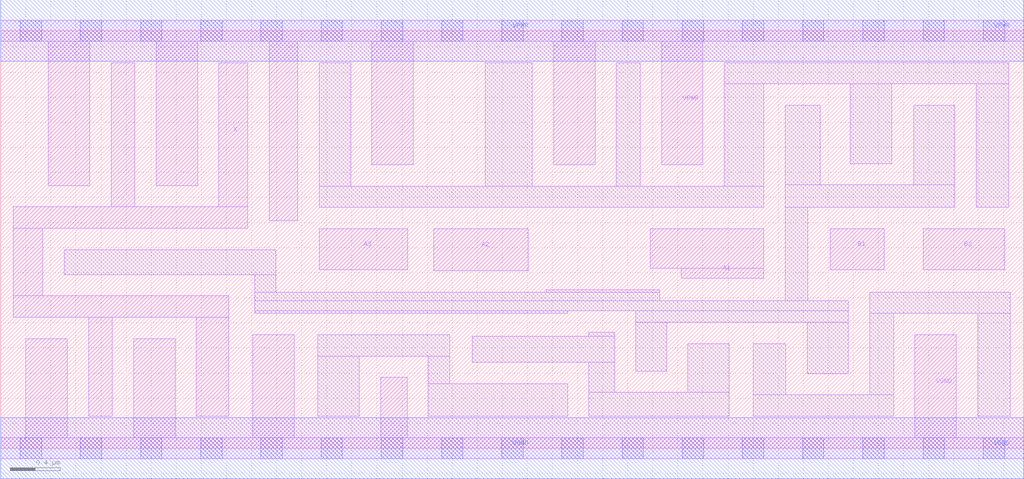
<source format=lef>
# Copyright 2020 The SkyWater PDK Authors
#
# Licensed under the Apache License, Version 2.0 (the "License");
# you may not use this file except in compliance with the License.
# You may obtain a copy of the License at
#
#     https://www.apache.org/licenses/LICENSE-2.0
#
# Unless required by applicable law or agreed to in writing, software
# distributed under the License is distributed on an "AS IS" BASIS,
# WITHOUT WARRANTIES OR CONDITIONS OF ANY KIND, either express or implied.
# See the License for the specific language governing permissions and
# limitations under the License.
#
# SPDX-License-Identifier: Apache-2.0

VERSION 5.7 ;
  NAMESCASESENSITIVE ON ;
  NOWIREEXTENSIONATPIN ON ;
  DIVIDERCHAR "/" ;
  BUSBITCHARS "[]" ;
UNITS
  DATABASE MICRONS 200 ;
END UNITS
MACRO sky130_fd_sc_lp__a32o_4
  CLASS CORE ;
  SOURCE USER ;
  FOREIGN sky130_fd_sc_lp__a32o_4 ;
  ORIGIN  0.000000  0.000000 ;
  SIZE  8.160000 BY  3.330000 ;
  SYMMETRY X Y R90 ;
  SITE unit ;
  PIN A1
    ANTENNAGATEAREA  0.630000 ;
    DIRECTION INPUT ;
    USE SIGNAL ;
    PORT
      LAYER li1 ;
        RECT 5.180000 1.435000 6.085000 1.750000 ;
        RECT 5.425000 1.355000 6.085000 1.435000 ;
    END
  END A1
  PIN A2
    ANTENNAGATEAREA  0.630000 ;
    DIRECTION INPUT ;
    USE SIGNAL ;
    PORT
      LAYER li1 ;
        RECT 3.455000 1.415000 4.205000 1.750000 ;
    END
  END A2
  PIN A3
    ANTENNAGATEAREA  0.630000 ;
    DIRECTION INPUT ;
    USE SIGNAL ;
    PORT
      LAYER li1 ;
        RECT 2.540000 1.425000 3.245000 1.750000 ;
    END
  END A3
  PIN B1
    ANTENNAGATEAREA  0.630000 ;
    DIRECTION INPUT ;
    USE SIGNAL ;
    PORT
      LAYER li1 ;
        RECT 6.615000 1.425000 7.045000 1.750000 ;
    END
  END B1
  PIN B2
    ANTENNAGATEAREA  0.630000 ;
    DIRECTION INPUT ;
    USE SIGNAL ;
    PORT
      LAYER li1 ;
        RECT 7.355000 1.425000 8.005000 1.750000 ;
    END
  END B2
  PIN X
    ANTENNADIFFAREA  1.176000 ;
    DIRECTION OUTPUT ;
    USE SIGNAL ;
    PORT
      LAYER li1 ;
        RECT 0.100000 1.045000 1.820000 1.215000 ;
        RECT 0.100000 1.215000 0.335000 1.755000 ;
        RECT 0.100000 1.755000 1.970000 1.925000 ;
        RECT 0.700000 0.255000 0.890000 1.045000 ;
        RECT 0.880000 1.925000 1.070000 3.075000 ;
        RECT 1.560000 0.255000 1.820000 1.045000 ;
        RECT 1.740000 1.925000 1.970000 3.075000 ;
    END
  END X
  PIN VGND
    DIRECTION INOUT ;
    USE GROUND ;
    PORT
      LAYER li1 ;
        RECT 0.000000 -0.085000 8.160000 0.085000 ;
        RECT 0.200000  0.085000 0.530000 0.875000 ;
        RECT 1.060000  0.085000 1.390000 0.875000 ;
        RECT 2.010000  0.085000 2.340000 0.905000 ;
        RECT 3.030000  0.085000 3.240000 0.565000 ;
        RECT 7.290000  0.085000 7.620000 0.905000 ;
      LAYER mcon ;
        RECT 0.155000 -0.085000 0.325000 0.085000 ;
        RECT 0.635000 -0.085000 0.805000 0.085000 ;
        RECT 1.115000 -0.085000 1.285000 0.085000 ;
        RECT 1.595000 -0.085000 1.765000 0.085000 ;
        RECT 2.075000 -0.085000 2.245000 0.085000 ;
        RECT 2.555000 -0.085000 2.725000 0.085000 ;
        RECT 3.035000 -0.085000 3.205000 0.085000 ;
        RECT 3.515000 -0.085000 3.685000 0.085000 ;
        RECT 3.995000 -0.085000 4.165000 0.085000 ;
        RECT 4.475000 -0.085000 4.645000 0.085000 ;
        RECT 4.955000 -0.085000 5.125000 0.085000 ;
        RECT 5.435000 -0.085000 5.605000 0.085000 ;
        RECT 5.915000 -0.085000 6.085000 0.085000 ;
        RECT 6.395000 -0.085000 6.565000 0.085000 ;
        RECT 6.875000 -0.085000 7.045000 0.085000 ;
        RECT 7.355000 -0.085000 7.525000 0.085000 ;
        RECT 7.835000 -0.085000 8.005000 0.085000 ;
      LAYER met1 ;
        RECT 0.000000 -0.245000 8.160000 0.245000 ;
    END
  END VGND
  PIN VPWR
    DIRECTION INOUT ;
    USE POWER ;
    PORT
      LAYER li1 ;
        RECT 0.000000 3.245000 8.160000 3.415000 ;
        RECT 0.380000 2.095000 0.710000 3.245000 ;
        RECT 1.240000 2.095000 1.570000 3.245000 ;
        RECT 2.140000 1.815000 2.370000 3.245000 ;
        RECT 2.960000 2.260000 3.290000 3.245000 ;
        RECT 4.410000 2.260000 4.740000 3.245000 ;
        RECT 5.270000 2.260000 5.600000 3.245000 ;
      LAYER mcon ;
        RECT 0.155000 3.245000 0.325000 3.415000 ;
        RECT 0.635000 3.245000 0.805000 3.415000 ;
        RECT 1.115000 3.245000 1.285000 3.415000 ;
        RECT 1.595000 3.245000 1.765000 3.415000 ;
        RECT 2.075000 3.245000 2.245000 3.415000 ;
        RECT 2.555000 3.245000 2.725000 3.415000 ;
        RECT 3.035000 3.245000 3.205000 3.415000 ;
        RECT 3.515000 3.245000 3.685000 3.415000 ;
        RECT 3.995000 3.245000 4.165000 3.415000 ;
        RECT 4.475000 3.245000 4.645000 3.415000 ;
        RECT 4.955000 3.245000 5.125000 3.415000 ;
        RECT 5.435000 3.245000 5.605000 3.415000 ;
        RECT 5.915000 3.245000 6.085000 3.415000 ;
        RECT 6.395000 3.245000 6.565000 3.415000 ;
        RECT 6.875000 3.245000 7.045000 3.415000 ;
        RECT 7.355000 3.245000 7.525000 3.415000 ;
        RECT 7.835000 3.245000 8.005000 3.415000 ;
      LAYER met1 ;
        RECT 0.000000 3.085000 8.160000 3.575000 ;
    END
  END VPWR
  OBS
    LAYER li1 ;
      RECT 0.505000 1.385000 2.195000 1.585000 ;
      RECT 2.025000 1.075000 4.520000 1.095000 ;
      RECT 2.025000 1.095000 6.760000 1.175000 ;
      RECT 2.025000 1.175000 5.255000 1.245000 ;
      RECT 2.025000 1.245000 2.195000 1.385000 ;
      RECT 2.530000 0.255000 2.860000 0.735000 ;
      RECT 2.530000 0.735000 3.580000 0.905000 ;
      RECT 2.540000 1.920000 6.085000 2.090000 ;
      RECT 2.540000 2.090000 2.790000 3.075000 ;
      RECT 3.410000 0.255000 4.520000 0.515000 ;
      RECT 3.410000 0.515000 3.580000 0.735000 ;
      RECT 3.760000 0.685000 4.895000 0.895000 ;
      RECT 3.865000 2.090000 4.240000 3.075000 ;
      RECT 4.350000 1.245000 5.255000 1.265000 ;
      RECT 4.690000 0.255000 5.810000 0.445000 ;
      RECT 4.690000 0.445000 4.895000 0.685000 ;
      RECT 4.690000 0.895000 4.895000 0.925000 ;
      RECT 4.910000 2.090000 5.100000 3.075000 ;
      RECT 5.065000 0.615000 5.310000 1.005000 ;
      RECT 5.065000 1.005000 6.760000 1.095000 ;
      RECT 5.480000 0.445000 5.810000 0.835000 ;
      RECT 5.770000 2.090000 6.085000 2.905000 ;
      RECT 5.770000 2.905000 8.040000 3.075000 ;
      RECT 6.000000 0.255000 7.120000 0.425000 ;
      RECT 6.000000 0.425000 6.260000 0.835000 ;
      RECT 6.255000 1.175000 6.435000 1.920000 ;
      RECT 6.255000 1.920000 7.610000 2.100000 ;
      RECT 6.255000 2.100000 6.535000 2.735000 ;
      RECT 6.430000 0.595000 6.760000 1.005000 ;
      RECT 6.775000 2.270000 7.105000 2.905000 ;
      RECT 6.930000 0.425000 7.120000 1.075000 ;
      RECT 6.930000 1.075000 8.050000 1.245000 ;
      RECT 7.280000 2.100000 7.610000 2.735000 ;
      RECT 7.780000 1.920000 8.040000 2.905000 ;
      RECT 7.790000 0.255000 8.050000 1.075000 ;
  END
END sky130_fd_sc_lp__a32o_4

</source>
